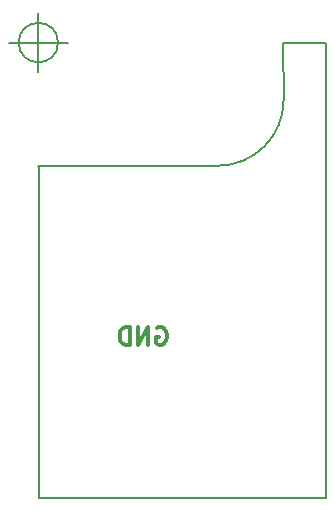
<source format=gbp>
%TF.GenerationSoftware,KiCad,Pcbnew,4.0.7*%
%TF.CreationDate,2018-03-05T20:12:50+00:00*%
%TF.ProjectId,a5v11-mod-01,61357631312D6D6F642D30312E6B6963,rev?*%
%TF.FileFunction,Paste,Bot*%
%FSLAX46Y46*%
G04 Gerber Fmt 4.6, Leading zero omitted, Abs format (unit mm)*
G04 Created by KiCad (PCBNEW 4.0.7) date Monday, 05 March 2018 'PMt' 20:12:50*
%MOMM*%
%LPD*%
G01*
G04 APERTURE LIST*
%ADD10C,0.100000*%
%ADD11C,0.150000*%
%ADD12C,0.300000*%
G04 APERTURE END LIST*
D10*
D11*
X19787323Y755398D02*
G75*
G03X19787323Y755398I-1666666J0D01*
G01*
X15620657Y755398D02*
X20620657Y755398D01*
X18120657Y3255398D02*
X18120657Y-1744602D01*
X33299400Y-9677400D02*
G75*
G03X38887400Y-4089400I0J5588000D01*
G01*
D12*
X28142857Y-23400000D02*
X28285714Y-23328571D01*
X28500000Y-23328571D01*
X28714285Y-23400000D01*
X28857143Y-23542857D01*
X28928571Y-23685714D01*
X29000000Y-23971429D01*
X29000000Y-24185714D01*
X28928571Y-24471429D01*
X28857143Y-24614286D01*
X28714285Y-24757143D01*
X28500000Y-24828571D01*
X28357143Y-24828571D01*
X28142857Y-24757143D01*
X28071428Y-24685714D01*
X28071428Y-24185714D01*
X28357143Y-24185714D01*
X27428571Y-24828571D02*
X27428571Y-23328571D01*
X26571428Y-24828571D01*
X26571428Y-23328571D01*
X25857142Y-24828571D02*
X25857142Y-23328571D01*
X25499999Y-23328571D01*
X25285714Y-23400000D01*
X25142856Y-23542857D01*
X25071428Y-23685714D01*
X24999999Y-23971429D01*
X24999999Y-24185714D01*
X25071428Y-24471429D01*
X25142856Y-24614286D01*
X25285714Y-24757143D01*
X25499999Y-24828571D01*
X25857142Y-24828571D01*
D11*
X18150000Y-37800000D02*
X18150000Y-9750000D01*
X42450000Y-37800000D02*
X18150000Y-37800000D01*
X42450000Y750000D02*
X42450000Y-37800000D01*
X38850000Y750000D02*
X42450000Y750000D01*
X38887400Y-4089400D02*
X38850000Y750000D01*
X18059400Y-9677400D02*
X33299400Y-9677400D01*
M02*

</source>
